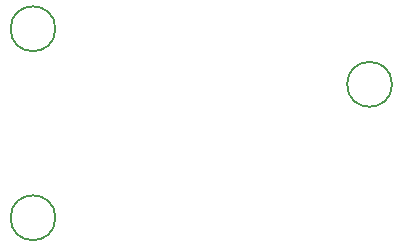
<source format=gbr>
%TF.GenerationSoftware,KiCad,Pcbnew,8.0.4*%
%TF.CreationDate,2025-03-19T01:09:58-05:00*%
%TF.ProjectId,Melty,4d656c74-792e-46b6-9963-61645f706362,rev?*%
%TF.SameCoordinates,Original*%
%TF.FileFunction,Other,Comment*%
%FSLAX46Y46*%
G04 Gerber Fmt 4.6, Leading zero omitted, Abs format (unit mm)*
G04 Created by KiCad (PCBNEW 8.0.4) date 2025-03-19 01:09:58*
%MOMM*%
%LPD*%
G01*
G04 APERTURE LIST*
%ADD10C,0.150000*%
G04 APERTURE END LIST*
D10*
%TO.C,REF\u002A\u002A*%
X154900000Y-52500000D02*
G75*
G02*
X151100000Y-52500000I-1900000J0D01*
G01*
X151100000Y-52500000D02*
G75*
G02*
X154900000Y-52500000I1900000J0D01*
G01*
X183400000Y-57200000D02*
G75*
G02*
X179600000Y-57200000I-1900000J0D01*
G01*
X179600000Y-57200000D02*
G75*
G02*
X183400000Y-57200000I1900000J0D01*
G01*
X154900000Y-68500000D02*
G75*
G02*
X151100000Y-68500000I-1900000J0D01*
G01*
X151100000Y-68500000D02*
G75*
G02*
X154900000Y-68500000I1900000J0D01*
G01*
%TD*%
M02*

</source>
